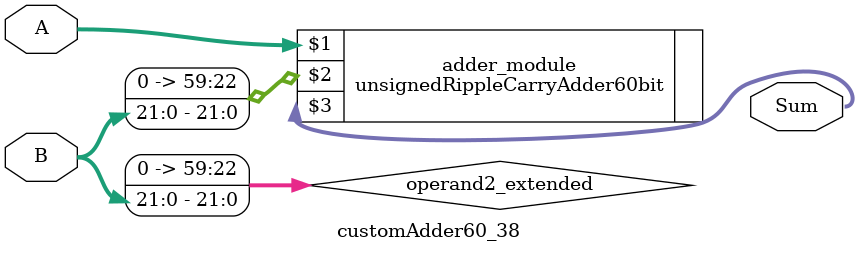
<source format=v>
module customAdder60_38(
                        input [59 : 0] A,
                        input [21 : 0] B,
                        
                        output [60 : 0] Sum
                );

        wire [59 : 0] operand2_extended;
        
        assign operand2_extended =  {38'b0, B};
        
        unsignedRippleCarryAdder60bit adder_module(
            A,
            operand2_extended,
            Sum
        );
        
        endmodule
        
</source>
